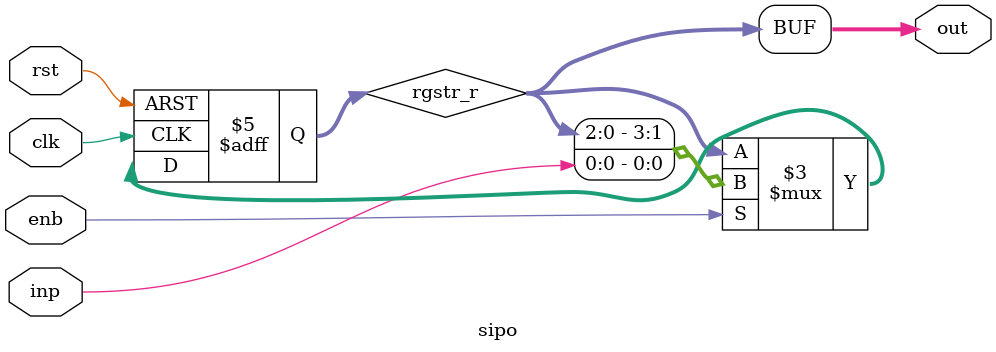
<source format=sv>
module sipo #(
parameter DW = 4
) (
input               clk,
input               rst,

input               enb,
input               inp,

output  [DW-1:0]    out
);

logic [DW-1:0]      rgstr_r;

always_ff@(posedge clk or negedge rst) begin: rgstr_label
    if(!rst)
        rgstr_r  <= '0;
    else if (enb)
        rgstr_r  <= {rgstr_r[DW-2:0], inp};
end:rgstr_label

assign out  = rgstr_r;


endmodule

</source>
